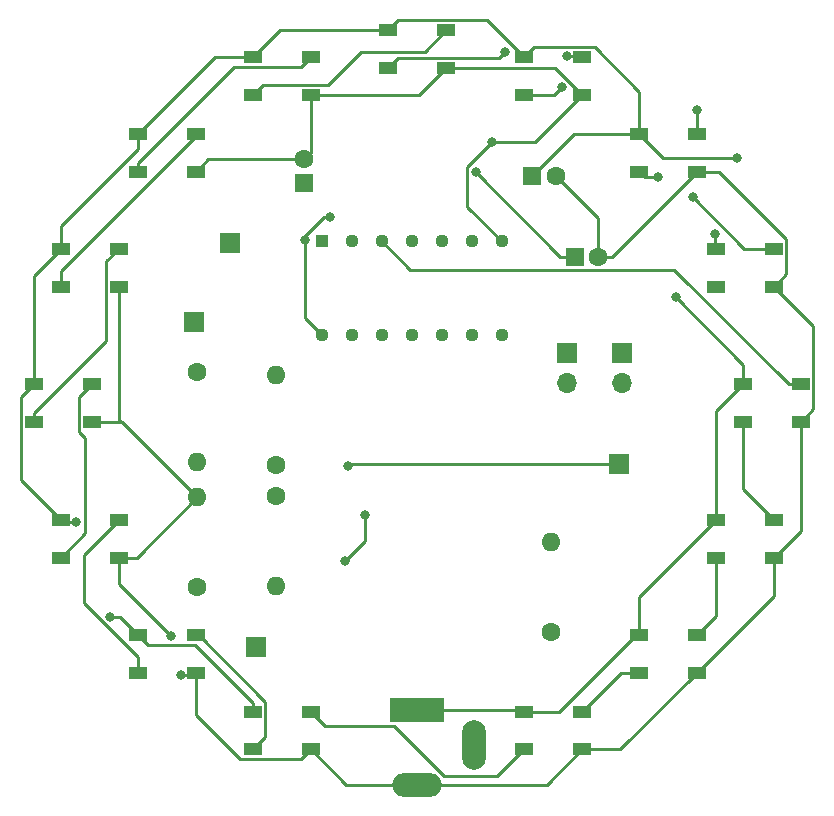
<source format=gbr>
%TF.GenerationSoftware,KiCad,Pcbnew,(6.0.5)*%
%TF.CreationDate,2022-11-18T19:29:44+05:30*%
%TF.ProjectId,Ball Lamp,42616c6c-204c-4616-9d70-2e6b69636164,rev?*%
%TF.SameCoordinates,Original*%
%TF.FileFunction,Copper,L1,Top*%
%TF.FilePolarity,Positive*%
%FSLAX46Y46*%
G04 Gerber Fmt 4.6, Leading zero omitted, Abs format (unit mm)*
G04 Created by KiCad (PCBNEW (6.0.5)) date 2022-11-18 19:29:44*
%MOMM*%
%LPD*%
G01*
G04 APERTURE LIST*
%TA.AperFunction,ComponentPad*%
%ADD10R,1.600000X1.600000*%
%TD*%
%TA.AperFunction,ComponentPad*%
%ADD11C,1.600000*%
%TD*%
%TA.AperFunction,ComponentPad*%
%ADD12R,1.700000X1.700000*%
%TD*%
%TA.AperFunction,SMDPad,CuDef*%
%ADD13R,1.500000X1.000000*%
%TD*%
%TA.AperFunction,ComponentPad*%
%ADD14O,1.600000X1.600000*%
%TD*%
%TA.AperFunction,ComponentPad*%
%ADD15O,1.700000X1.700000*%
%TD*%
%TA.AperFunction,ComponentPad*%
%ADD16R,4.600000X2.000000*%
%TD*%
%TA.AperFunction,ComponentPad*%
%ADD17O,4.200000X2.000000*%
%TD*%
%TA.AperFunction,ComponentPad*%
%ADD18O,2.000000X4.200000*%
%TD*%
%TA.AperFunction,ComponentPad*%
%ADD19R,1.130000X1.130000*%
%TD*%
%TA.AperFunction,ComponentPad*%
%ADD20C,1.130000*%
%TD*%
%TA.AperFunction,ViaPad*%
%ADD21C,0.800000*%
%TD*%
%TA.AperFunction,Conductor*%
%ADD22C,0.250000*%
%TD*%
G04 APERTURE END LIST*
D10*
%TO.P,C2,1*%
%TO.N,3.3V*%
X13310000Y12420000D03*
D11*
%TO.P,C2,2*%
%TO.N,GND*%
X15310000Y12420000D03*
%TD*%
D12*
%TO.P,J5,1,Pin_1*%
%TO.N,Net-(J5-Pad1)*%
X-13700000Y-20680000D03*
%TD*%
D13*
%TO.P,D3,1,VSS*%
%TO.N,GND*%
X23663200Y-22813200D03*
%TO.P,D3,2,DIN*%
%TO.N,Net-(D2-Pad4)*%
X23663200Y-19613200D03*
%TO.P,D3,3,VDD*%
%TO.N,VCC*%
X18763200Y-19613200D03*
%TO.P,D3,4,DOUT*%
%TO.N,Net-(D3-Pad4)*%
X18763200Y-22813200D03*
%TD*%
%TO.P,D13,1,VSS*%
%TO.N,GND*%
X13930500Y26116400D03*
%TO.P,D13,2,DIN*%
%TO.N,Net-(D12-Pad4)*%
X13930500Y29316400D03*
%TO.P,D13,3,VDD*%
%TO.N,VCC*%
X9030500Y29316400D03*
%TO.P,D13,4,DOUT*%
%TO.N,Net-(D13-Pad4)*%
X9030500Y26116400D03*
%TD*%
%TO.P,D6,1,VSS*%
%TO.N,GND*%
X-18763200Y-22813200D03*
%TO.P,D6,2,DIN*%
%TO.N,Net-(D5-Pad4)*%
X-18763200Y-19613200D03*
%TO.P,D6,3,VDD*%
%TO.N,VCC*%
X-23663200Y-19613200D03*
%TO.P,D6,4,DOUT*%
%TO.N,Net-(D6-Pad4)*%
X-23663200Y-22813200D03*
%TD*%
D11*
%TO.P,R3,1*%
%TO.N,3.3V*%
X-18620000Y2630000D03*
D14*
%TO.P,R3,2*%
%TO.N,GPIO0*%
X-18620000Y-4990000D03*
%TD*%
D11*
%TO.P,R5,1*%
%TO.N,3.3V*%
X-11980000Y-7840000D03*
D14*
%TO.P,R5,2*%
%TO.N,Net-(J5-Pad1)*%
X-11980000Y-15460000D03*
%TD*%
D11*
%TO.P,R2,1*%
%TO.N,3.3V*%
X-11970000Y-5270000D03*
D14*
%TO.P,R2,2*%
%TO.N,Net-(R2-Pad2)*%
X-11970000Y2350000D03*
%TD*%
D13*
%TO.P,D2,1,VSS*%
%TO.N,GND*%
X30166400Y-13080500D03*
%TO.P,D2,2,DIN*%
%TO.N,Net-(D1-Pad4)*%
X30166400Y-9880500D03*
%TO.P,D2,3,VDD*%
%TO.N,VCC*%
X25266400Y-9880500D03*
%TO.P,D2,4,DOUT*%
%TO.N,Net-(D2-Pad4)*%
X25266400Y-13080500D03*
%TD*%
%TO.P,D10,1,VSS*%
%TO.N,GND*%
X-18763200Y19613200D03*
%TO.P,D10,2,DIN*%
%TO.N,Net-(D10-Pad2)*%
X-18763200Y22813200D03*
%TO.P,D10,3,VDD*%
%TO.N,VCC*%
X-23663200Y22813200D03*
%TO.P,D10,4,DOUT*%
%TO.N,Net-(D10-Pad4)*%
X-23663200Y19613200D03*
%TD*%
D11*
%TO.P,R4,1*%
%TO.N,Net-(R4-Pad1)*%
X-18630000Y-15590000D03*
D14*
%TO.P,R4,2*%
%TO.N,GND*%
X-18630000Y-7970000D03*
%TD*%
D13*
%TO.P,D14,1,VSS*%
%TO.N,GND*%
X23682000Y19613200D03*
%TO.P,D14,2,DIN*%
%TO.N,Net-(D13-Pad4)*%
X23682000Y22813200D03*
%TO.P,D14,3,VDD*%
%TO.N,VCC*%
X18782000Y22813200D03*
%TO.P,D14,4,DOUT*%
%TO.N,Net-(D14-Pad4)*%
X18782000Y19613200D03*
%TD*%
%TO.P,D1,1,VSS*%
%TO.N,GND*%
X32450000Y-1600000D03*
%TO.P,D1,2,DIN*%
%TO.N,DataO{slash}P*%
X32450000Y1600000D03*
%TO.P,D1,3,VDD*%
%TO.N,VCC*%
X27550000Y1600000D03*
%TO.P,D1,4,DOUT*%
%TO.N,Net-(D1-Pad4)*%
X27550000Y-1600000D03*
%TD*%
D12*
%TO.P,J9,1,Pin_1*%
%TO.N,Net-(J8-Pad4)*%
X17350000Y4290000D03*
D15*
%TO.P,J9,2,Pin_2*%
%TO.N,GND*%
X17350000Y1750000D03*
%TD*%
D10*
%TO.P,C1,1*%
%TO.N,VCC*%
X9704888Y19260000D03*
D11*
%TO.P,C1,2*%
%TO.N,GND*%
X11704888Y19260000D03*
%TD*%
D13*
%TO.P,D8,1,VSS*%
%TO.N,GND*%
X-27550000Y-1600000D03*
%TO.P,D8,2,DIN*%
%TO.N,Net-(D7-Pad4)*%
X-27550000Y1600000D03*
%TO.P,D8,3,VDD*%
%TO.N,VCC*%
X-32450000Y1600000D03*
%TO.P,D8,4,DOUT*%
%TO.N,Net-(D8-Pad4)*%
X-32450000Y-1600000D03*
%TD*%
%TO.P,D9,1,VSS*%
%TO.N,GND*%
X-25266400Y9880500D03*
%TO.P,D9,2,DIN*%
%TO.N,Net-(D8-Pad4)*%
X-25266400Y13080500D03*
%TO.P,D9,3,VDD*%
%TO.N,VCC*%
X-30166400Y13080500D03*
%TO.P,D9,4,DOUT*%
%TO.N,Net-(D10-Pad2)*%
X-30166400Y9880500D03*
%TD*%
%TO.P,D5,1,VSS*%
%TO.N,GND*%
X-9030500Y-29316400D03*
%TO.P,D5,2,DIN*%
%TO.N,Net-(D4-Pad4)*%
X-9030500Y-26116400D03*
%TO.P,D5,3,VDD*%
%TO.N,VCC*%
X-13930500Y-26116400D03*
%TO.P,D5,4,DOUT*%
%TO.N,Net-(D5-Pad4)*%
X-13930500Y-29316400D03*
%TD*%
D12*
%TO.P,J7,1,Pin_1*%
%TO.N,DataI{slash}P*%
X-15820000Y13540000D03*
%TD*%
%TO.P,J3,1,Pin_1*%
%TO.N,Net-(J3-Pad1)*%
X17060000Y-5160000D03*
%TD*%
%TO.P,J6,1,Pin_1*%
%TO.N,GPIO0*%
X12700000Y4290000D03*
D15*
%TO.P,J6,2,Pin_2*%
%TO.N,GND*%
X12700000Y1750000D03*
%TD*%
D12*
%TO.P,J4,1,Pin_1*%
%TO.N,Net-(J4-Pad1)*%
X-18880000Y6890000D03*
%TD*%
D13*
%TO.P,D7,1,VSS*%
%TO.N,GND*%
X-25266400Y-13080500D03*
%TO.P,D7,2,DIN*%
%TO.N,Net-(D6-Pad4)*%
X-25266400Y-9880500D03*
%TO.P,D7,3,VDD*%
%TO.N,VCC*%
X-30166400Y-9880500D03*
%TO.P,D7,4,DOUT*%
%TO.N,Net-(D7-Pad4)*%
X-30166400Y-13080500D03*
%TD*%
%TO.P,D11,1,VSS*%
%TO.N,GND*%
X-9030500Y26116400D03*
%TO.P,D11,2,DIN*%
%TO.N,Net-(D10-Pad4)*%
X-9030500Y29316400D03*
%TO.P,D11,3,VDD*%
%TO.N,VCC*%
X-13930500Y29316400D03*
%TO.P,D11,4,DOUT*%
%TO.N,Net-(D11-Pad4)*%
X-13930500Y26116400D03*
%TD*%
%TO.P,D15,1,VSS*%
%TO.N,GND*%
X30166400Y9880500D03*
%TO.P,D15,2,DIN*%
%TO.N,Net-(D14-Pad4)*%
X30166400Y13080500D03*
%TO.P,D15,3,VDD*%
%TO.N,VCC*%
X25266400Y13080500D03*
%TO.P,D15,4,DOUT*%
%TO.N,unconnected-(D15-Pad4)*%
X25266400Y9880500D03*
%TD*%
%TO.P,D12,1,VSS*%
%TO.N,GND*%
X2450000Y28400000D03*
%TO.P,D12,2,DIN*%
%TO.N,Net-(D11-Pad4)*%
X2450000Y31600000D03*
%TO.P,D12,3,VDD*%
%TO.N,VCC*%
X-2450000Y31600000D03*
%TO.P,D12,4,DOUT*%
%TO.N,Net-(D12-Pad4)*%
X-2450000Y28400000D03*
%TD*%
D10*
%TO.P,C3,1*%
%TO.N,VCC*%
X-9590000Y18654888D03*
D11*
%TO.P,C3,2*%
%TO.N,GND*%
X-9590000Y20654888D03*
%TD*%
%TO.P,R1,1*%
%TO.N,3.3V*%
X11360000Y-19360000D03*
D14*
%TO.P,R1,2*%
%TO.N,Net-(R1-Pad2)*%
X11360000Y-11740000D03*
%TD*%
D16*
%TO.P,J1,1*%
%TO.N,VCC*%
X0Y-26000000D03*
D17*
%TO.P,J1,2*%
%TO.N,GND*%
X0Y-32300000D03*
D18*
%TO.P,J1,3*%
%TO.N,N/C*%
X4800000Y-28900000D03*
%TD*%
D13*
%TO.P,D4,1,VSS*%
%TO.N,GND*%
X13930500Y-29316400D03*
%TO.P,D4,2,DIN*%
%TO.N,Net-(D3-Pad4)*%
X13930500Y-26116400D03*
%TO.P,D4,3,VDD*%
%TO.N,VCC*%
X9030500Y-26116400D03*
%TO.P,D4,4,DOUT*%
%TO.N,Net-(D4-Pad4)*%
X9030500Y-29316400D03*
%TD*%
D19*
%TO.P,IC1,1,1~{OE}*%
%TO.N,GND*%
X-8110000Y13740000D03*
D20*
%TO.P,IC1,2,1A*%
%TO.N,DataI{slash}P*%
X-5570000Y13740000D03*
%TO.P,IC1,3,1Y*%
%TO.N,DataO{slash}P*%
X-3030000Y13740000D03*
%TO.P,IC1,4,2~{OE}*%
%TO.N,unconnected-(IC1-Pad4)*%
X-490000Y13740000D03*
%TO.P,IC1,5,2A*%
%TO.N,unconnected-(IC1-Pad5)*%
X2050000Y13740000D03*
%TO.P,IC1,6,2Y*%
%TO.N,unconnected-(IC1-Pad6)*%
X4590000Y13740000D03*
%TO.P,IC1,7,GND*%
%TO.N,GND*%
X7130000Y13740000D03*
%TO.P,IC1,8,3Y*%
%TO.N,unconnected-(IC1-Pad8)*%
X7130000Y5800000D03*
%TO.P,IC1,9,3A*%
%TO.N,unconnected-(IC1-Pad9)*%
X4590000Y5800000D03*
%TO.P,IC1,10,3~{OE}*%
%TO.N,unconnected-(IC1-Pad10)*%
X2050000Y5800000D03*
%TO.P,IC1,11,4Y*%
%TO.N,unconnected-(IC1-Pad11)*%
X-490000Y5800000D03*
%TO.P,IC1,12,4A*%
%TO.N,unconnected-(IC1-Pad12)*%
X-3030000Y5800000D03*
%TO.P,IC1,13,4~{OE}*%
%TO.N,unconnected-(IC1-Pad13)*%
X-5570000Y5800000D03*
%TO.P,IC1,14,VCC*%
%TO.N,VCC*%
X-8110000Y5800000D03*
%TD*%
D21*
%TO.N,VCC*%
X-28870000Y-10080000D03*
X27060000Y20780000D03*
X-7385500Y15760000D03*
X21870000Y8960000D03*
X-26022701Y-18092701D03*
X25230000Y14340000D03*
X-9510000Y13830000D03*
%TO.N,GND*%
X6360000Y22160000D03*
X-20870000Y-19713211D03*
X-19990000Y-22980000D03*
%TO.N,3.3V*%
X4950000Y19540000D03*
%TO.N,Net-(D12-Pad4)*%
X7400000Y29730000D03*
X12690000Y29390000D03*
%TO.N,Net-(D13-Pad4)*%
X23690000Y24860000D03*
X12256150Y26766150D03*
%TO.N,Net-(D14-Pad4)*%
X20340000Y19150000D03*
X23320000Y17460000D03*
%TO.N,Net-(J3-Pad1)*%
X-5850000Y-5330000D03*
%TO.N,GPIO0*%
X-4400000Y-9460011D03*
X-6090000Y-13370000D03*
%TD*%
D22*
%TO.N,VCC*%
X-28870000Y-10080000D02*
X-29966900Y-10080000D01*
X15005011Y30140911D02*
X9855011Y30140911D01*
X20815200Y20780000D02*
X27060000Y20780000D01*
X-7869022Y15760000D02*
X-9510000Y14119022D01*
X13258088Y22813200D02*
X18782000Y22813200D01*
X18782000Y22813200D02*
X20815200Y20780000D01*
X-13930500Y-25366400D02*
X-18859189Y-20437711D01*
X9704888Y19260000D02*
X13258088Y22813200D01*
X12010000Y-26116400D02*
X9030500Y-26116400D01*
X18763200Y-19613200D02*
X18513200Y-19613200D01*
X-17160000Y29316400D02*
X-13930500Y29316400D01*
X-9510000Y14119022D02*
X-9510000Y13830000D01*
X27550000Y1600000D02*
X27550000Y3280000D01*
X-9510000Y13830000D02*
X-9510000Y7200000D01*
X-11646900Y31600000D02*
X-2450000Y31600000D01*
X-23663200Y-19613200D02*
X-25183699Y-18092701D01*
X-9510000Y7200000D02*
X-8110000Y5800000D01*
X-1625489Y32424511D02*
X5922389Y32424511D01*
X5922389Y32424511D02*
X9030500Y29316400D01*
X-23663200Y22813200D02*
X-17160000Y29316400D01*
X-7385500Y15760000D02*
X-7869022Y15760000D01*
X18513200Y-19613200D02*
X12010000Y-26116400D01*
X25266400Y-683600D02*
X25266400Y-9880500D01*
X-32450000Y1600000D02*
X-32450000Y10796900D01*
X-13930500Y-26116400D02*
X-13930500Y-25366400D01*
X-2450000Y31600000D02*
X-1625489Y32424511D01*
X-18859189Y-20437711D02*
X-22838689Y-20437711D01*
X-30166400Y13080500D02*
X-30166400Y15009022D01*
X27550000Y1600000D02*
X25266400Y-683600D01*
X-23663200Y21512222D02*
X-23663200Y22813200D01*
X-33524511Y525489D02*
X-32450000Y1600000D01*
X-32450000Y10796900D02*
X-30166400Y13080500D01*
X0Y-26000000D02*
X8914100Y-26000000D01*
X-30166400Y15009022D02*
X-23663200Y21512222D01*
X9855011Y30140911D02*
X9030500Y29316400D01*
X18782000Y22813200D02*
X18782000Y26363922D01*
X-25183699Y-18092701D02*
X-26022701Y-18092701D01*
X18782000Y26363922D02*
X15005011Y30140911D01*
X-13930500Y29316400D02*
X-11646900Y31600000D01*
X27550000Y3280000D02*
X21870000Y8960000D01*
X25230000Y14340000D02*
X25230000Y13116900D01*
X-22838689Y-20437711D02*
X-23663200Y-19613200D01*
X-29966900Y-10080000D02*
X-30166400Y-9880500D01*
X18763200Y-16383700D02*
X18763200Y-19613200D01*
X25266400Y-9880500D02*
X18763200Y-16383700D01*
X25230000Y13116900D02*
X25266400Y13080500D01*
X8914100Y-26000000D02*
X9030500Y-26116400D01*
X-30166400Y-9880500D02*
X-33524511Y-6522389D01*
X-33524511Y-6522389D02*
X-33524511Y525489D01*
%TO.N,GND*%
X-19990000Y-22980000D02*
X-18930000Y-22980000D01*
X31240911Y10955011D02*
X30166400Y9880500D01*
X4225489Y20025489D02*
X6360000Y22160000D01*
X30166400Y-16310000D02*
X23663200Y-22813200D01*
X-18930000Y-22980000D02*
X-18763200Y-22813200D01*
X15310000Y15654888D02*
X15310000Y12420000D01*
X-9030500Y21214388D02*
X-9590000Y20654888D01*
X-25266400Y9880500D02*
X-25266400Y-1393600D01*
X-18763200Y-22813200D02*
X-18763200Y-26382722D01*
X0Y-32300000D02*
X-6046900Y-32300000D01*
X-25266400Y-15316811D02*
X-20870000Y-19713211D01*
X33524511Y-525489D02*
X33524511Y6522389D01*
X-17721512Y20654888D02*
X-9590000Y20654888D01*
X11704888Y19260000D02*
X15310000Y15654888D01*
X-25060000Y-1600000D02*
X-25000000Y-1600000D01*
X-6046900Y-32300000D02*
X-9030500Y-29316400D01*
X-25266400Y-13080500D02*
X-25266400Y-15316811D01*
X166400Y26116400D02*
X2450000Y28400000D01*
X31240911Y13905011D02*
X31240911Y10955011D01*
X2450000Y28400000D02*
X11646900Y28400000D01*
X-25000000Y-1600000D02*
X-18630000Y-7970000D01*
X23663200Y-22813200D02*
X17160000Y-29316400D01*
X-23740500Y-13080500D02*
X-18630000Y-7970000D01*
X-25266400Y-13080500D02*
X-23740500Y-13080500D01*
X33524511Y6522389D02*
X30166400Y9880500D01*
X-9855011Y-30140911D02*
X-9030500Y-29316400D01*
X16488800Y12420000D02*
X23682000Y19613200D01*
X32450000Y-10796900D02*
X30166400Y-13080500D01*
X23682000Y19613200D02*
X25532722Y19613200D01*
X32450000Y-1600000D02*
X33524511Y-525489D01*
X-15005011Y-30140911D02*
X-9855011Y-30140911D01*
X11646900Y28400000D02*
X13930500Y26116400D01*
X17160000Y-29316400D02*
X13930500Y-29316400D01*
X30166400Y-13080500D02*
X30166400Y-16310000D01*
X-27550000Y-1600000D02*
X-25060000Y-1600000D01*
X32450000Y-1600000D02*
X32450000Y-10796900D01*
X13930500Y26116400D02*
X9974100Y22160000D01*
X10946900Y-32300000D02*
X0Y-32300000D01*
X4225489Y16644511D02*
X4225489Y20025489D01*
X15310000Y12420000D02*
X16488800Y12420000D01*
X-9030500Y26116400D02*
X-9030500Y21214388D01*
X13930500Y-29316400D02*
X10946900Y-32300000D01*
X-9030500Y26116400D02*
X166400Y26116400D01*
X7130000Y13740000D02*
X4225489Y16644511D01*
X25532722Y19613200D02*
X31240911Y13905011D01*
X-18763200Y19613200D02*
X-17721512Y20654888D01*
X9974100Y22160000D02*
X6360000Y22160000D01*
X-25266400Y-1393600D02*
X-25060000Y-1600000D01*
X-18763200Y-26382722D02*
X-15005011Y-30140911D01*
%TO.N,3.3V*%
X13310000Y12420000D02*
X12070000Y12420000D01*
X12070000Y12420000D02*
X4950000Y19540000D01*
%TO.N,DataO{slash}P*%
X32450000Y1600000D02*
X31450000Y1600000D01*
X-580000Y11290000D02*
X-3030000Y13740000D01*
X31450000Y1600000D02*
X21760000Y11290000D01*
X21760000Y11290000D02*
X-580000Y11290000D01*
%TO.N,Net-(D1-Pad4)*%
X27550000Y-7264100D02*
X30166400Y-9880500D01*
X27550000Y-1600000D02*
X27550000Y-7264100D01*
%TO.N,Net-(D2-Pad4)*%
X25266400Y-13080500D02*
X25266400Y-18010000D01*
X25266400Y-18010000D02*
X23663200Y-19613200D01*
%TO.N,Net-(D3-Pad4)*%
X17233700Y-22813200D02*
X13930500Y-26116400D01*
X18763200Y-22813200D02*
X17233700Y-22813200D01*
%TO.N,Net-(D8-Pad4)*%
X-32450000Y-1600000D02*
X-32450000Y-850000D01*
X-26340911Y12005989D02*
X-25266400Y13080500D01*
X-32450000Y-850000D02*
X-26340911Y5259089D01*
X-26340911Y5259089D02*
X-26340911Y12005989D01*
%TO.N,Net-(D10-Pad4)*%
X-23663200Y20363200D02*
X-15534511Y28491889D01*
X-9855011Y28491889D02*
X-9030500Y29316400D01*
X-15534511Y28491889D02*
X-9855011Y28491889D01*
X-23663200Y19613200D02*
X-23663200Y20363200D01*
%TO.N,Net-(D11-Pad4)*%
X-13930500Y26116400D02*
X-13105989Y26940911D01*
X-4760000Y29780000D02*
X630000Y29780000D01*
X-7599089Y26940911D02*
X-4760000Y29780000D01*
X-13105989Y26940911D02*
X-7599089Y26940911D01*
X630000Y29780000D02*
X2450000Y31600000D01*
%TO.N,Net-(D12-Pad4)*%
X13856900Y29390000D02*
X13930500Y29316400D01*
X12690000Y29390000D02*
X13856900Y29390000D01*
X-1625489Y29224511D02*
X6894511Y29224511D01*
X6894511Y29224511D02*
X7400000Y29730000D01*
X-2450000Y28400000D02*
X-1625489Y29224511D01*
%TO.N,Net-(D13-Pad4)*%
X9030500Y26116400D02*
X11606400Y26116400D01*
X23690000Y24860000D02*
X23690000Y22821200D01*
X11606400Y26116400D02*
X12256150Y26766150D01*
X23690000Y22821200D02*
X23682000Y22813200D01*
%TO.N,Net-(D14-Pad4)*%
X20340000Y19150000D02*
X19245200Y19150000D01*
X30166400Y13080500D02*
X27699500Y13080500D01*
X27699500Y13080500D02*
X23320000Y17460000D01*
X19245200Y19150000D02*
X18782000Y19613200D01*
%TO.N,Net-(J3-Pad1)*%
X17060000Y-5160000D02*
X-5680000Y-5160000D01*
X-5680000Y-5160000D02*
X-5850000Y-5330000D01*
%TO.N,GPIO0*%
X-4400000Y-11680000D02*
X-6090000Y-13370000D01*
X-4400000Y-9460011D02*
X-4400000Y-11680000D01*
%TO.N,Net-(D4-Pad4)*%
X2246577Y-31573423D02*
X-1966846Y-27360000D01*
X9030500Y-29316400D02*
X6773477Y-31573423D01*
X-7786900Y-27360000D02*
X-9030500Y-26116400D01*
X6773477Y-31573423D02*
X2246577Y-31573423D01*
X-1966846Y-27360000D02*
X-7786900Y-27360000D01*
%TO.N,Net-(D5-Pad4)*%
X-18513200Y-19613200D02*
X-18763200Y-19613200D01*
X-13930500Y-29316400D02*
X-12855989Y-28241889D01*
X-12855989Y-28241889D02*
X-12855989Y-25270411D01*
X-12855989Y-25270411D02*
X-18513200Y-19613200D01*
%TO.N,Net-(D6-Pad4)*%
X-23663200Y-21476800D02*
X-28250000Y-16890000D01*
X-28250000Y-16890000D02*
X-28250000Y-12864100D01*
X-28250000Y-12864100D02*
X-25266400Y-9880500D01*
X-23663200Y-22813200D02*
X-23663200Y-21476800D01*
%TO.N,Net-(D7-Pad4)*%
X-28110000Y-2939022D02*
X-28624511Y-2424511D01*
X-28624511Y525489D02*
X-27550000Y1600000D01*
X-30166400Y-13080500D02*
X-28110000Y-11024100D01*
X-28110000Y-11024100D02*
X-28110000Y-2939022D01*
X-28624511Y-2424511D02*
X-28624511Y525489D01*
%TO.N,Net-(D10-Pad2)*%
X-30166400Y9880500D02*
X-30166400Y11210978D01*
X-18763200Y22614178D02*
X-18763200Y22813200D01*
X-30166400Y11210978D02*
X-18763200Y22614178D01*
%TD*%
M02*

</source>
